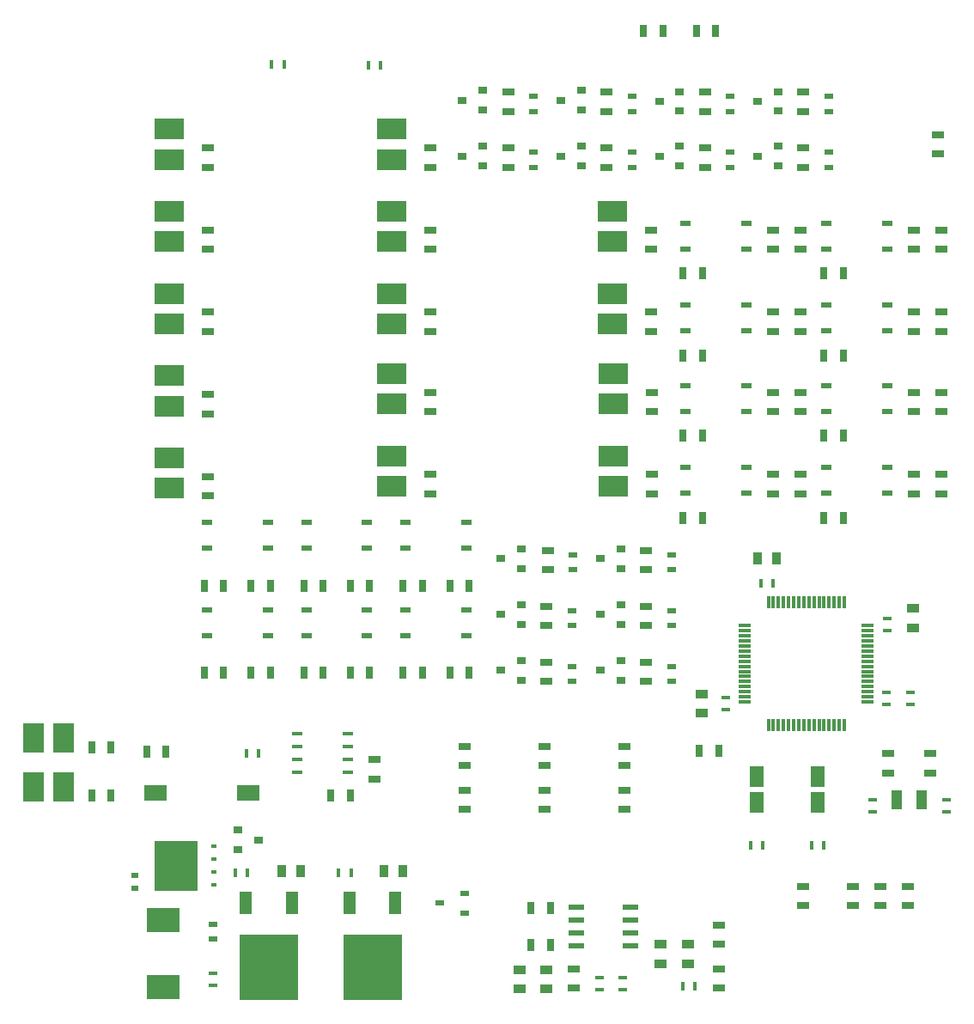
<source format=gtp>
G04*
G04 #@! TF.GenerationSoftware,Altium Limited,CircuitStudio,1.5.2 (30)*
G04*
G04 Layer_Color=7318015*
%FSLAX25Y25*%
%MOIN*%
G70*
G01*
G75*
%ADD10R,0.05512X0.07874*%
%ADD11R,0.04331X0.07480*%
%ADD12R,0.08622X0.06299*%
%ADD13R,0.03740X0.01890*%
%ADD14R,0.03543X0.03150*%
%ADD15R,0.04331X0.01575*%
%ADD16R,0.06102X0.02362*%
%ADD17R,0.02756X0.05118*%
%ADD18R,0.03543X0.02362*%
%ADD19R,0.16811X0.19291*%
%ADD20R,0.02402X0.01614*%
%ADD21R,0.11811X0.07874*%
%ADD22R,0.04724X0.08661*%
%ADD23R,0.22835X0.25197*%
%ADD24R,0.01181X0.04724*%
%ADD25R,0.04724X0.01181*%
%ADD27R,0.03150X0.01969*%
%ADD28R,0.12992X0.09449*%
%ADD29R,0.03543X0.05118*%
%ADD30R,0.03543X0.01575*%
%ADD31R,0.03937X0.02362*%
%ADD32R,0.01575X0.03543*%
%ADD33R,0.05118X0.03543*%
%ADD34R,0.07874X0.11811*%
%ADD35R,0.05118X0.02756*%
D10*
X318110Y82677D02*
D03*
Y92677D02*
D03*
X294488Y82677D02*
D03*
Y92677D02*
D03*
D11*
X358661Y83858D02*
D03*
X348819D02*
D03*
D12*
X97224Y86614D02*
D03*
X61043D02*
D03*
D13*
X181299Y39882D02*
D03*
Y47520D02*
D03*
X171457Y43701D02*
D03*
D14*
X241732Y130315D02*
D03*
Y137795D02*
D03*
X233858Y134055D02*
D03*
X93307Y72047D02*
D03*
Y64567D02*
D03*
X101181Y68307D02*
D03*
X188189Y351528D02*
D03*
Y359008D02*
D03*
X180315Y355268D02*
D03*
X226378Y351528D02*
D03*
Y359008D02*
D03*
X218504Y355268D02*
D03*
X264567Y351134D02*
D03*
Y358614D02*
D03*
X256693Y354874D02*
D03*
X302756Y351134D02*
D03*
Y358614D02*
D03*
X294882Y354874D02*
D03*
X188189Y329921D02*
D03*
Y337402D02*
D03*
X180315Y333661D02*
D03*
X226378Y329921D02*
D03*
Y337402D02*
D03*
X218504Y333661D02*
D03*
X264567Y329921D02*
D03*
Y337402D02*
D03*
X256693Y333661D02*
D03*
X302756Y329921D02*
D03*
Y337402D02*
D03*
X294882Y333661D02*
D03*
X203150Y173622D02*
D03*
Y181102D02*
D03*
X195276Y177362D02*
D03*
X241732Y173622D02*
D03*
Y181102D02*
D03*
X233858Y177362D02*
D03*
X203150Y151969D02*
D03*
Y159449D02*
D03*
X195276Y155709D02*
D03*
X203150Y130315D02*
D03*
Y137795D02*
D03*
X195276Y134055D02*
D03*
X241732Y151969D02*
D03*
Y159449D02*
D03*
X233858Y155709D02*
D03*
D15*
X116142Y109468D02*
D03*
Y104469D02*
D03*
Y99468D02*
D03*
Y94468D02*
D03*
X135827Y109468D02*
D03*
Y104469D02*
D03*
Y99468D02*
D03*
Y94468D02*
D03*
D16*
X224410Y42146D02*
D03*
Y37146D02*
D03*
Y32146D02*
D03*
Y27146D02*
D03*
X245669Y42146D02*
D03*
Y37146D02*
D03*
Y32146D02*
D03*
Y27146D02*
D03*
D17*
X57677Y102362D02*
D03*
X65158D02*
D03*
X36417Y85433D02*
D03*
X43898D02*
D03*
X36417Y104331D02*
D03*
X43898D02*
D03*
X214370Y27559D02*
D03*
X206890D02*
D03*
X206890Y41732D02*
D03*
X214370D02*
D03*
X271063Y382283D02*
D03*
X278543D02*
D03*
X258071D02*
D03*
X250591D02*
D03*
X136811Y85433D02*
D03*
X129331D02*
D03*
X273425Y193307D02*
D03*
X265945D02*
D03*
X273425Y225197D02*
D03*
X265945D02*
D03*
X273425Y256299D02*
D03*
X265945D02*
D03*
X273425Y288189D02*
D03*
X265945D02*
D03*
X328150Y193307D02*
D03*
X320669D02*
D03*
X328150Y225197D02*
D03*
X320669D02*
D03*
X328150Y256299D02*
D03*
X320669D02*
D03*
X328150Y288189D02*
D03*
X320669D02*
D03*
X98228Y166929D02*
D03*
X105709D02*
D03*
X98228Y133071D02*
D03*
X105709D02*
D03*
X80118Y166929D02*
D03*
X87598D02*
D03*
X80118Y133071D02*
D03*
X87598D02*
D03*
X136811Y166929D02*
D03*
X144291D02*
D03*
X136811Y133071D02*
D03*
X144291D02*
D03*
X118701Y166929D02*
D03*
X126181D02*
D03*
X118701Y133071D02*
D03*
X126181D02*
D03*
X175394Y166929D02*
D03*
X182874D02*
D03*
X175394Y133071D02*
D03*
X182874D02*
D03*
X157283Y166929D02*
D03*
X164764D02*
D03*
X157283Y133071D02*
D03*
X164764D02*
D03*
X272244Y102756D02*
D03*
X279724D02*
D03*
D18*
X261417Y129724D02*
D03*
Y135630D02*
D03*
X83464Y29724D02*
D03*
Y35630D02*
D03*
X207874Y350984D02*
D03*
Y356890D02*
D03*
X246063Y350984D02*
D03*
Y356890D02*
D03*
X284252Y350984D02*
D03*
Y356890D02*
D03*
X322441Y350984D02*
D03*
Y356890D02*
D03*
X207874Y329331D02*
D03*
Y335236D02*
D03*
X246063Y335236D02*
D03*
Y329331D02*
D03*
X284252Y335236D02*
D03*
Y329331D02*
D03*
X322441Y335236D02*
D03*
Y329331D02*
D03*
X223228Y173031D02*
D03*
Y178937D02*
D03*
X261417Y173031D02*
D03*
Y178937D02*
D03*
X222835Y151378D02*
D03*
Y157283D02*
D03*
Y129724D02*
D03*
Y135630D02*
D03*
X261417Y151378D02*
D03*
Y157283D02*
D03*
D19*
X69075Y58248D02*
D03*
D20*
X83681Y65768D02*
D03*
Y50768D02*
D03*
Y55768D02*
D03*
Y60768D02*
D03*
D21*
X238976Y217323D02*
D03*
Y205512D02*
D03*
X66535Y280315D02*
D03*
Y268504D02*
D03*
Y312205D02*
D03*
Y300394D02*
D03*
Y344094D02*
D03*
Y332283D02*
D03*
X152756Y280315D02*
D03*
Y268504D02*
D03*
Y312205D02*
D03*
Y300394D02*
D03*
Y344094D02*
D03*
Y332283D02*
D03*
X238583Y280315D02*
D03*
Y268504D02*
D03*
X238583Y312205D02*
D03*
Y300394D02*
D03*
X66535Y248425D02*
D03*
Y236614D02*
D03*
X66535Y216535D02*
D03*
Y204724D02*
D03*
X152756Y249213D02*
D03*
Y237402D02*
D03*
Y217323D02*
D03*
Y205512D02*
D03*
X238976Y249213D02*
D03*
Y237402D02*
D03*
D22*
X154331Y43701D02*
D03*
X136378D02*
D03*
X114173D02*
D03*
X96220D02*
D03*
D23*
X145354Y18898D02*
D03*
X105197D02*
D03*
D24*
X299016Y112795D02*
D03*
X300984D02*
D03*
X302953D02*
D03*
X304921D02*
D03*
X306890D02*
D03*
X308858D02*
D03*
X310827D02*
D03*
X312795D02*
D03*
X314764D02*
D03*
X316732D02*
D03*
X318701D02*
D03*
X320669D02*
D03*
X322638D02*
D03*
X324606D02*
D03*
X326575D02*
D03*
X328543D02*
D03*
Y160433D02*
D03*
X326575D02*
D03*
X324606D02*
D03*
X322638D02*
D03*
X320669D02*
D03*
X318701D02*
D03*
X316732D02*
D03*
X314764D02*
D03*
X312795D02*
D03*
X310827D02*
D03*
X308858D02*
D03*
X306890D02*
D03*
X304921D02*
D03*
X302953D02*
D03*
X300984D02*
D03*
X299016D02*
D03*
D25*
X337598Y121850D02*
D03*
Y123819D02*
D03*
Y125787D02*
D03*
Y127756D02*
D03*
Y129724D02*
D03*
Y131693D02*
D03*
Y133661D02*
D03*
Y135630D02*
D03*
Y137598D02*
D03*
Y139567D02*
D03*
Y141535D02*
D03*
Y143504D02*
D03*
Y145472D02*
D03*
Y147441D02*
D03*
Y149409D02*
D03*
Y151378D02*
D03*
X289961D02*
D03*
Y149409D02*
D03*
Y147441D02*
D03*
Y145472D02*
D03*
Y143504D02*
D03*
Y141535D02*
D03*
Y139567D02*
D03*
Y137598D02*
D03*
Y135630D02*
D03*
Y133661D02*
D03*
Y131693D02*
D03*
Y129724D02*
D03*
Y127756D02*
D03*
Y125787D02*
D03*
Y123819D02*
D03*
Y121850D02*
D03*
D27*
X53150Y49508D02*
D03*
Y54429D02*
D03*
D28*
X64173Y37008D02*
D03*
Y11024D02*
D03*
D29*
X294685Y177461D02*
D03*
X302165D02*
D03*
X110039Y56299D02*
D03*
X117520D02*
D03*
X149803D02*
D03*
X157283D02*
D03*
D30*
X354331Y120866D02*
D03*
Y125591D02*
D03*
X83464Y11811D02*
D03*
Y16535D02*
D03*
X233465Y14961D02*
D03*
Y10236D02*
D03*
X242520Y14961D02*
D03*
Y10236D02*
D03*
X368110Y79134D02*
D03*
Y83858D02*
D03*
X339370Y79134D02*
D03*
Y83858D02*
D03*
X282579Y123622D02*
D03*
Y118898D02*
D03*
X345079Y149606D02*
D03*
Y154331D02*
D03*
X344980Y120866D02*
D03*
Y125591D02*
D03*
D31*
X158268Y157638D02*
D03*
Y147638D02*
D03*
X181890Y157638D02*
D03*
Y147638D02*
D03*
X266929Y212756D02*
D03*
Y202756D02*
D03*
X290551Y212756D02*
D03*
Y202756D02*
D03*
X266929Y244646D02*
D03*
Y234646D02*
D03*
X290551Y244646D02*
D03*
Y234646D02*
D03*
X266929Y275748D02*
D03*
Y265748D02*
D03*
X290551Y275748D02*
D03*
Y265748D02*
D03*
X266929Y307638D02*
D03*
Y297638D02*
D03*
X290551Y307638D02*
D03*
Y297638D02*
D03*
X321654Y212756D02*
D03*
Y202756D02*
D03*
X345276Y212756D02*
D03*
Y202756D02*
D03*
X321654Y244646D02*
D03*
Y234646D02*
D03*
X345276Y244646D02*
D03*
Y234646D02*
D03*
X321654Y275748D02*
D03*
Y265748D02*
D03*
X345276Y275748D02*
D03*
Y265748D02*
D03*
X321654Y307638D02*
D03*
Y297638D02*
D03*
X345276Y307638D02*
D03*
Y297638D02*
D03*
X81102Y191496D02*
D03*
Y181496D02*
D03*
X104725Y191496D02*
D03*
Y181496D02*
D03*
X81102Y157638D02*
D03*
Y147638D02*
D03*
X104725Y157638D02*
D03*
Y147638D02*
D03*
X119685Y191496D02*
D03*
Y181496D02*
D03*
X143307Y191496D02*
D03*
Y181496D02*
D03*
X119685Y157638D02*
D03*
Y147638D02*
D03*
X143307Y157638D02*
D03*
Y147638D02*
D03*
X158268Y191496D02*
D03*
Y181496D02*
D03*
X181890Y191496D02*
D03*
Y181496D02*
D03*
D32*
X96850Y55512D02*
D03*
X92126D02*
D03*
X137008D02*
D03*
X132283D02*
D03*
X265748Y11417D02*
D03*
X270473D02*
D03*
X111024Y369291D02*
D03*
X106299D02*
D03*
X148425Y368898D02*
D03*
X143701D02*
D03*
X296850Y66142D02*
D03*
X292126D02*
D03*
X315748D02*
D03*
X320472D02*
D03*
X101181Y101969D02*
D03*
X96457D02*
D03*
X300787Y167815D02*
D03*
X296063D02*
D03*
D33*
X212992Y10433D02*
D03*
Y17913D02*
D03*
X267717Y20276D02*
D03*
Y27756D02*
D03*
X257087Y20276D02*
D03*
Y27756D02*
D03*
X202362Y17913D02*
D03*
Y10433D02*
D03*
X273228Y117520D02*
D03*
Y125000D02*
D03*
X355020Y158071D02*
D03*
Y150591D02*
D03*
D34*
X13780Y88976D02*
D03*
X25591D02*
D03*
X13780Y107874D02*
D03*
X25591D02*
D03*
D35*
X223622Y10827D02*
D03*
Y18307D02*
D03*
X279921Y10827D02*
D03*
Y18307D02*
D03*
Y27756D02*
D03*
Y35236D02*
D03*
X212205Y97047D02*
D03*
Y104528D02*
D03*
Y87598D02*
D03*
Y80118D02*
D03*
X312598Y42717D02*
D03*
Y50197D02*
D03*
X331890Y42717D02*
D03*
Y50197D02*
D03*
X342520Y42717D02*
D03*
Y50197D02*
D03*
X353150Y42717D02*
D03*
Y50197D02*
D03*
X146063Y99409D02*
D03*
Y91929D02*
D03*
X364961Y334449D02*
D03*
Y341929D02*
D03*
X361811Y101772D02*
D03*
Y94291D02*
D03*
X345669Y101772D02*
D03*
Y94291D02*
D03*
X81496Y273031D02*
D03*
Y265551D02*
D03*
Y304921D02*
D03*
Y297441D02*
D03*
X300787Y202559D02*
D03*
Y210039D02*
D03*
X300787Y241929D02*
D03*
Y234449D02*
D03*
X198031Y358465D02*
D03*
Y350984D02*
D03*
X236221Y358465D02*
D03*
Y350984D02*
D03*
X311417Y202559D02*
D03*
Y210039D02*
D03*
Y234449D02*
D03*
Y241929D02*
D03*
X81496Y336811D02*
D03*
Y329331D02*
D03*
X167717Y273031D02*
D03*
Y265551D02*
D03*
X300787D02*
D03*
Y273031D02*
D03*
Y297441D02*
D03*
Y304921D02*
D03*
X274410Y358465D02*
D03*
Y350984D02*
D03*
X312598Y358465D02*
D03*
Y350984D02*
D03*
X311417Y265551D02*
D03*
Y273031D02*
D03*
Y297441D02*
D03*
Y304921D02*
D03*
X167717Y304921D02*
D03*
Y297441D02*
D03*
Y336811D02*
D03*
Y329331D02*
D03*
X355512Y202559D02*
D03*
Y210039D02*
D03*
Y241929D02*
D03*
Y234449D02*
D03*
X198031Y336811D02*
D03*
Y329331D02*
D03*
X236221Y336811D02*
D03*
Y329331D02*
D03*
X366142Y202559D02*
D03*
Y210039D02*
D03*
Y241929D02*
D03*
Y234449D02*
D03*
X253543Y273031D02*
D03*
Y265551D02*
D03*
Y304921D02*
D03*
Y297441D02*
D03*
X355512Y265551D02*
D03*
Y273031D02*
D03*
Y304921D02*
D03*
Y297441D02*
D03*
X274410Y336811D02*
D03*
Y329331D02*
D03*
X312598Y336811D02*
D03*
Y329331D02*
D03*
X366142Y265551D02*
D03*
Y273031D02*
D03*
Y304921D02*
D03*
Y297441D02*
D03*
X243307Y104528D02*
D03*
Y97047D02*
D03*
Y87598D02*
D03*
Y80118D02*
D03*
X81496Y241142D02*
D03*
Y233661D02*
D03*
Y209252D02*
D03*
Y201772D02*
D03*
X213386Y180512D02*
D03*
Y173031D02*
D03*
X251575Y180512D02*
D03*
Y173031D02*
D03*
X167717Y241929D02*
D03*
Y234449D02*
D03*
X167717Y210039D02*
D03*
Y202559D02*
D03*
X212992Y158858D02*
D03*
Y151378D02*
D03*
Y137205D02*
D03*
Y129724D02*
D03*
X253937Y241929D02*
D03*
Y234449D02*
D03*
Y210039D02*
D03*
Y202559D02*
D03*
X251575Y158858D02*
D03*
Y151378D02*
D03*
Y137205D02*
D03*
Y129724D02*
D03*
X181102Y87598D02*
D03*
Y80118D02*
D03*
Y104528D02*
D03*
Y97047D02*
D03*
M02*

</source>
